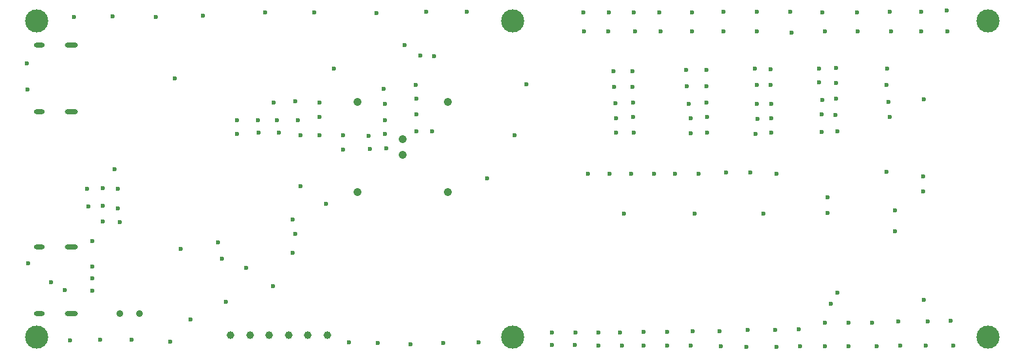
<source format=gbr>
%TF.GenerationSoftware,Altium Limited,Altium Designer,23.4.1 (23)*%
G04 Layer_Color=0*
%FSLAX45Y45*%
%MOMM*%
%TF.SameCoordinates,576A2805-CD40-4E5C-B7A3-750DB6231075*%
%TF.FilePolarity,Positive*%
%TF.FileFunction,Plated,1,2,PTH,Drill*%
%TF.Part,Single*%
G01*
G75*
%TA.AperFunction,ComponentDrill*%
%ADD99C,1.05000*%
%TA.AperFunction,OtherDrill,Pad Free-7 (64mm,43mm)*%
%ADD100C,3.00000*%
%TA.AperFunction,OtherDrill,Pad Free-6 (64mm,2mm)*%
%ADD101C,3.00000*%
%TA.AperFunction,OtherDrill,Pad Free-5 (2.5mm,43mm)*%
%ADD102C,3.00000*%
%TA.AperFunction,OtherDrill,Pad Free-3 (125.5mm,2mm)*%
%ADD103C,3.00000*%
%TA.AperFunction,OtherDrill,Pad Free-4 (2.5mm,2mm)*%
%ADD104C,3.00000*%
%TA.AperFunction,OtherDrill,Pad Free-2 (125.5mm,43mm)*%
%ADD105C,3.00000*%
%TA.AperFunction,ComponentDrill*%
%ADD106O,1.70000X0.60000*%
%ADD107O,1.40000X0.60000*%
%ADD108C,1.00000*%
%ADD109C,0.88900*%
%TA.AperFunction,ViaDrill,NotFilled*%
%ADD110C,0.60000*%
D99*
X4395400Y2082400D02*
D03*
Y3249400D02*
D03*
X5562400Y2082400D02*
D03*
Y3249400D02*
D03*
X4978400Y2766400D02*
D03*
Y2565400D02*
D03*
D100*
X6400000Y4300000D02*
D03*
D101*
Y200000D02*
D03*
D102*
X250000Y4300000D02*
D03*
D103*
X12550000Y200000D02*
D03*
D104*
X250000D02*
D03*
D105*
X12550000Y4300000D02*
D03*
D106*
X697400Y507800D02*
D03*
Y1371800D02*
D03*
Y3124000D02*
D03*
Y3988000D02*
D03*
D107*
X279400Y507800D02*
D03*
Y1371800D02*
D03*
Y3124000D02*
D03*
Y3988000D02*
D03*
D108*
X4005200Y228600D02*
D03*
X3755200D02*
D03*
X3505200D02*
D03*
X3255200D02*
D03*
X3005200D02*
D03*
X2755200D02*
D03*
D109*
X1320800Y508000D02*
D03*
X1574800D02*
D03*
D110*
X10600000Y780000D02*
D03*
X10480000Y1810000D02*
D03*
X9820000Y2320000D02*
D03*
X9480000Y2330000D02*
D03*
X9160000D02*
D03*
X8810000Y2320000D02*
D03*
X8500000D02*
D03*
X8230000D02*
D03*
X7940000D02*
D03*
X7660000D02*
D03*
X7380000D02*
D03*
X9750000Y3040000D02*
D03*
Y2850000D02*
D03*
X9570000Y3030000D02*
D03*
X9560000Y3220000D02*
D03*
X9750000D02*
D03*
X11350000Y1570000D02*
D03*
Y1840000D02*
D03*
X4770000Y2650000D02*
D03*
X4750000Y2830000D02*
D03*
Y3010000D02*
D03*
Y3220000D02*
D03*
X4740000Y3420000D02*
D03*
X4560000Y2640000D02*
D03*
X4210000Y2630000D02*
D03*
X4540000Y2810000D02*
D03*
X4210000Y2820000D02*
D03*
X3910000D02*
D03*
Y3050000D02*
D03*
Y3240000D02*
D03*
X3660000Y2820000D02*
D03*
X3380000Y2850000D02*
D03*
X3120000D02*
D03*
X2840000Y2830000D02*
D03*
X3630000Y3010000D02*
D03*
X3360000D02*
D03*
X3110000D02*
D03*
X2840000D02*
D03*
X3590000Y3260000D02*
D03*
X3310000Y3240000D02*
D03*
X1320000Y1690000D02*
D03*
X1100000Y1700000D02*
D03*
Y1900000D02*
D03*
Y2130000D02*
D03*
X1300000Y1870000D02*
D03*
X920000Y1890000D02*
D03*
X1300000Y2120000D02*
D03*
X900000D02*
D03*
X5810000Y4420000D02*
D03*
X5290000D02*
D03*
X4640000Y4400000D02*
D03*
X3840000Y4410000D02*
D03*
X3200000D02*
D03*
X5960000Y130000D02*
D03*
X5510000Y120000D02*
D03*
X5080000Y110000D02*
D03*
X4660000Y120000D02*
D03*
X4290000Y130000D02*
D03*
X140000Y1160000D02*
D03*
X130000Y3410000D02*
D03*
X120000Y3750000D02*
D03*
X1980000Y140000D02*
D03*
X1480000Y170000D02*
D03*
X1070000D02*
D03*
X680000Y160000D02*
D03*
X2400000Y4370000D02*
D03*
X1790000Y4350000D02*
D03*
X1230000Y4360000D02*
D03*
X730000Y4350000D02*
D03*
X5390000Y3840000D02*
D03*
X5210000Y3850000D02*
D03*
X5360000Y2870000D02*
D03*
X5160000D02*
D03*
Y3090000D02*
D03*
Y3290000D02*
D03*
X5150000Y3470000D02*
D03*
X9650000Y1800000D02*
D03*
X8760000D02*
D03*
X7840000D02*
D03*
X12030000Y4160000D02*
D03*
X12020000Y4430000D02*
D03*
X11690000Y4160000D02*
D03*
Y4420000D02*
D03*
X11300000Y4160000D02*
D03*
X11280000Y4420000D02*
D03*
X10870000Y4160000D02*
D03*
X10860000Y4410000D02*
D03*
X10440000Y4160000D02*
D03*
X10410000Y4410000D02*
D03*
X10010000Y4150000D02*
D03*
X9990000Y4420000D02*
D03*
X9560000Y4160000D02*
D03*
Y4420000D02*
D03*
X9130000Y4160000D02*
D03*
Y4420000D02*
D03*
X8720000Y4160000D02*
D03*
Y4410000D02*
D03*
X8320000Y4160000D02*
D03*
X8300000Y4410000D02*
D03*
X7990000Y4160000D02*
D03*
X7970000Y4410000D02*
D03*
X7640000Y4160000D02*
D03*
X7650000Y4410000D02*
D03*
X7330000Y4160000D02*
D03*
X7320000Y4410000D02*
D03*
X12100000Y90000D02*
D03*
X12070000Y410000D02*
D03*
X11750000Y90000D02*
D03*
X11770000Y400000D02*
D03*
X11420000Y90000D02*
D03*
X11390000Y400000D02*
D03*
X11110000Y80000D02*
D03*
X11050000Y390000D02*
D03*
X10750000Y80000D02*
D03*
Y390000D02*
D03*
X10440000Y80000D02*
D03*
Y390000D02*
D03*
X10120000Y80000D02*
D03*
X10100000Y300000D02*
D03*
X9820000Y70000D02*
D03*
X9800000Y290000D02*
D03*
X9430000Y70000D02*
D03*
X9440000Y290000D02*
D03*
X9100000Y80000D02*
D03*
X9080000Y280000D02*
D03*
X8710000Y90000D02*
D03*
X8730000Y280000D02*
D03*
X8400000Y90000D02*
D03*
Y270000D02*
D03*
X8100000Y90000D02*
D03*
Y270000D02*
D03*
X7820000Y90000D02*
D03*
X7790000Y260000D02*
D03*
X7510000Y90000D02*
D03*
Y260000D02*
D03*
X7210000Y100000D02*
D03*
X7220000Y260000D02*
D03*
X6910000D02*
D03*
Y100000D02*
D03*
X11240000Y2340000D02*
D03*
X11280000Y3050000D02*
D03*
X11260000Y3250000D02*
D03*
X11240000Y3470000D02*
D03*
X11250000Y3680000D02*
D03*
X10600000Y2870000D02*
D03*
X10400000Y2860000D02*
D03*
X10580000Y3080000D02*
D03*
X10400000Y3090000D02*
D03*
X10590000Y3290000D02*
D03*
X10410000Y3270000D02*
D03*
X10590000Y3490000D02*
D03*
X10370000Y3500000D02*
D03*
X10590000Y3690000D02*
D03*
X10370000Y3680000D02*
D03*
X9547300Y2832700D02*
D03*
X9740000Y3470000D02*
D03*
X9560000D02*
D03*
X9740000Y3670000D02*
D03*
X9540000Y3680000D02*
D03*
X8920000Y2850000D02*
D03*
X8710000Y2840000D02*
D03*
X8920000Y3050000D02*
D03*
X8710000Y3040000D02*
D03*
X8910000Y3240000D02*
D03*
X8680000Y3220000D02*
D03*
X8910000Y3450000D02*
D03*
X8660000D02*
D03*
X8910000Y3660000D02*
D03*
X8650000D02*
D03*
X7970000Y2850000D02*
D03*
X7740000D02*
D03*
X7960000Y3050000D02*
D03*
X7740000Y3040000D02*
D03*
X7960000Y3240000D02*
D03*
X7730000Y3230000D02*
D03*
X7950000Y3440000D02*
D03*
X7720000D02*
D03*
X7950000Y3650000D02*
D03*
X7710000D02*
D03*
X11710000Y2090000D02*
D03*
Y2280000D02*
D03*
X11720000Y3280000D02*
D03*
X11720000Y680000D02*
D03*
X10520000Y630000D02*
D03*
X10480000Y2010000D02*
D03*
X431800Y914400D02*
D03*
X6070600Y2260600D02*
D03*
X3302000Y863600D02*
D03*
X965200Y965200D02*
D03*
Y1117600D02*
D03*
X2590800Y1426300D02*
D03*
X2954400Y1100200D02*
D03*
X6578600Y3479800D02*
D03*
X6426200Y2819400D02*
D03*
X2235200Y431800D02*
D03*
X2108200Y1346200D02*
D03*
X3987800Y1926050D02*
D03*
X3595884Y1534916D02*
D03*
X3556000Y1295400D02*
D03*
Y1727200D02*
D03*
X2692400Y660400D02*
D03*
X2641600Y1219200D02*
D03*
X4089400Y3683000D02*
D03*
X5003800Y3987800D02*
D03*
X2032000Y3556000D02*
D03*
X3657600Y2159000D02*
D03*
X1258400Y2376000D02*
D03*
X609600Y812800D02*
D03*
X965200Y1447800D02*
D03*
Y799877D02*
D03*
%TF.MD5,6c6ed44db3eb9f6cbb582a9b7f7ca292*%
M02*

</source>
